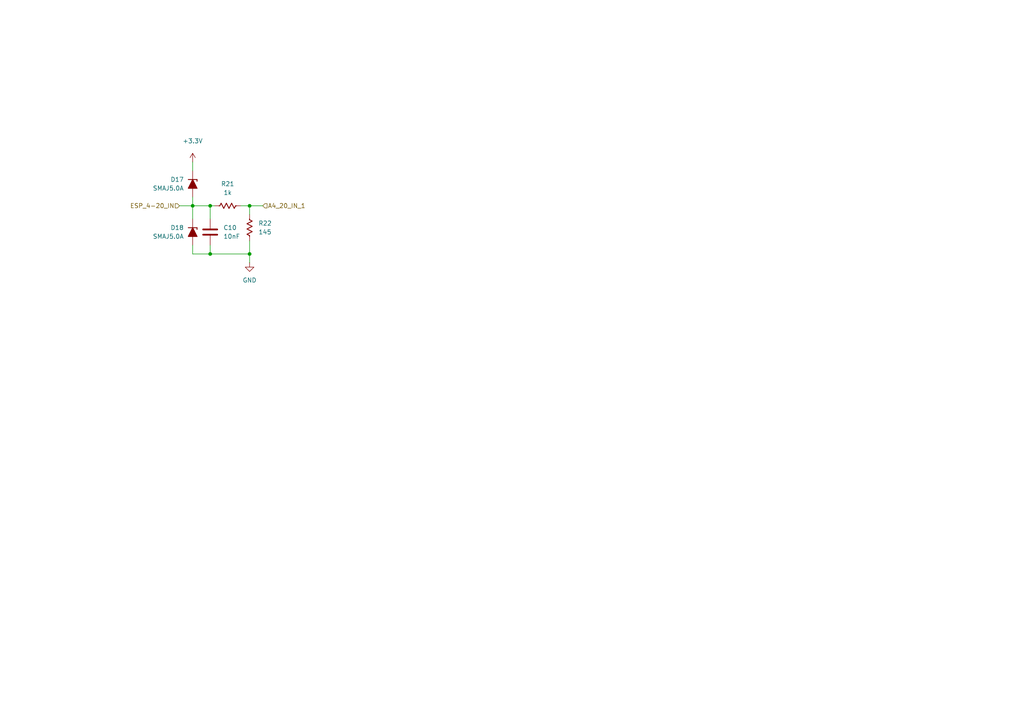
<source format=kicad_sch>
(kicad_sch (version 20250114) (generator "eeschema") (generator_version "9.0")
  (paper "A4")
  (lib_symbols
    (symbol "EasyEDA:+3.3V" (power) (pin_numbers (hide yes)) (pin_names (offset 0) (hide yes))
      (property "Value" "+3.3V" (at 0 3.556 0))
      (symbol "+3.3V_0_1"
        (polyline (pts (xy -0.762 1.27) (xy 0 2.54)))
        (polyline (pts (xy 0 2.54) (xy 0.762 1.27)))
        (polyline (pts (xy 0 0) (xy 0 2.54)))
      )
      (symbol "+3.3V_1_1"
        (pin power_in line (at 0 0 90) (length 0) (name "~") (number "1"))
      )
    )
    (symbol "EasyEDA:C_0603" (pin_numbers (hide yes)) (pin_names (offset 0.254))
      (property "Reference" "C" (at 0.635 2.54 0))
      (property "Value" "C_0603" (at 0.635 -2.54 0))
      (symbol "C_0603_0_1"
        (polyline (pts (xy -2.032 0.762) (xy 2.032 0.762)) (stroke (width 0.508)))
        (polyline (pts (xy -2.032 -0.762) (xy 2.032 -0.762)) (stroke (width 0.508)))
      )
      (symbol "C_0603_0_2"
        (polyline (pts (xy -2.54 -2.54) (xy -0.381 -0.381)))
        (polyline (pts (xy -0.508 -0.508) (xy -1.651 0.635)) (stroke (width 0.508)))
        (polyline (pts (xy -0.508 -0.508) (xy 0.635 -1.651)) (stroke (width 0.508)))
        (polyline (pts (xy 0.381 0.381) (xy 2.54 2.54)))
        (polyline (pts (xy 0.508 0.508) (xy -0.635 1.651)) (stroke (width 0.508)))
        (polyline (pts (xy 0.508 0.508) (xy 1.651 -0.635)) (stroke (width 0.508)))
      )
      (symbol "C_0603_1_1"
        (pin passive line (at 0 3.81 270) (length 2.794) (name "~") (number "1"))
        (pin passive line (at 0 -3.81 90) (length 2.794) (name "~") (number "2"))
      )
      (symbol "C_0603_1_2"
        (pin passive line (at -2.54 -2.54 90) (length 0) (name "~") (number "2"))
        (pin passive line (at 2.54 2.54 270) (length 0) (name "~") (number "1"))
      )
    )
    (symbol "EasyEDA:GND" (power) (pin_numbers (hide yes)) (pin_names (offset 0) (hide yes))
      (property "Value" "GND" (at 0 -3.81 0))
      (symbol "GND_0_1"
        (polyline (pts (xy 0 0) (xy 0 -1.27) (xy 1.27 -1.27) (xy 0 -2.54) (xy -1.27 -1.27) (xy 0 -1.27)))
      )
      (symbol "GND_1_1"
        (pin power_in line (at 0 0 270) (length 0) (name "~") (number "1"))
      )
    )
    (symbol "EasyEDA:R_0603" (pin_numbers (hide yes)) (pin_names (offset 0))
      (property "Reference" "R" (at 2.54 1.27 0))
      (property "Value" "R_0603" (at 2.54 -1.27 0))
      (symbol "R_0603_0_1"
        (polyline (pts (xy 0 2.286) (xy 0 2.54)) (stroke (width 0.254)))
        (polyline (pts (xy 0 2.286) (xy 0.762 1.905) (xy -0.762 1.143) (xy 0 0.762) (xy 0.762 0.381) (xy 0 0) (xy -0.762 -0.381) (xy 0 -0.762) (xy 0.762 -1.143) (xy 0 -1.524) (xy -0.762 -1.905) (xy 0 -2.286)) (stroke (width 0.254)))
        (polyline (pts (xy 0 -2.286) (xy 0 -2.54)) (stroke (width 0.254)))
      )
      (symbol "R_0603_0_2"
        (polyline (pts (xy -2.54 -2.54) (xy -1.778 -1.778)))
        (polyline (pts (xy -1.778 -1.778) (xy -1.524 -1.524)) (stroke (width 0.254)))
        (polyline (pts (xy -1.524 -1.524) (xy -1.778 -0.762) (xy -1.016 -1.016)) (stroke (width 0.254)))
        (polyline (pts (xy -0.508 -0.508) (xy -0.762 0.254) (xy 0 0)) (stroke (width 0.254)))
        (polyline (pts (xy -0.508 -0.508) (xy -0.254 -1.27) (xy -1.016 -1.016)) (stroke (width 0.254)))
        (polyline (pts (xy 0.508 0.508) (xy 0.254 1.27) (xy 1.016 1.016)) (stroke (width 0.254)))
        (polyline (pts (xy 0.508 0.508) (xy 0.762 -0.254) (xy 0 0)) (stroke (width 0.254)))
        (polyline (pts (xy 1.524 1.524) (xy 1.778 0.762) (xy 1.016 1.016)) (stroke (width 0.254)))
        (polyline (pts (xy 1.778 1.778) (xy 1.524 1.524)) (stroke (width 0.254)))
        (polyline (pts (xy 1.778 1.778) (xy 2.54 2.54)))
      )
      (symbol "R_0603_1_1"
        (pin passive line (at 0 3.81 270) (length 1.27) (name "~") (number "1"))
        (pin passive line (at 0 -3.81 90) (length 1.27) (name "~") (number "2"))
      )
      (symbol "R_0603_1_2"
        (pin passive line (at -2.54 -2.54 0) (length 0) (name "") (number "2"))
        (pin passive line (at 2.54 2.54 180) (length 0) (name "") (number "1"))
      )
    )
    (symbol "EasyEDA:R_0805" (pin_numbers (hide yes)) (pin_names (offset 0))
      (property "Reference" "R" (at 2.54 1.27 0))
      (property "Value" "R_0805" (at 2.54 -1.27 0))
      (symbol "R_0805_0_1"
        (polyline (pts (xy 0 2.286) (xy 0 2.54)) (stroke (width 0.254)))
        (polyline (pts (xy 0 2.286) (xy 0.762 1.905) (xy -0.762 1.143) (xy 0 0.762) (xy 0.762 0.381) (xy 0 0) (xy -0.762 -0.381) (xy 0 -0.762) (xy 0.762 -1.143) (xy 0 -1.524) (xy -0.762 -1.905) (xy 0 -2.286)) (stroke (width 0.254)))
        (polyline (pts (xy 0 -2.286) (xy 0 -2.54)) (stroke (width 0.254)))
      )
      (symbol "R_0805_0_2"
        (polyline (pts (xy -2.54 -2.54) (xy -1.778 -1.778)))
        (polyline (pts (xy -1.778 -1.778) (xy -1.524 -1.524)) (stroke (width 0.254)))
        (polyline (pts (xy -1.524 -1.524) (xy -1.778 -0.762) (xy -1.016 -1.016)) (stroke (width 0.254)))
        (polyline (pts (xy -0.508 -0.508) (xy -0.762 0.254) (xy 0 0)) (stroke (width 0.254)))
        (polyline (pts (xy -0.508 -0.508) (xy -0.254 -1.27) (xy -1.016 -1.016)) (stroke (width 0.254)))
        (polyline (pts (xy 0.508 0.508) (xy 0.254 1.27) (xy 1.016 1.016)) (stroke (width 0.254)))
        (polyline (pts (xy 0.508 0.508) (xy 0.762 -0.254) (xy 0 0)) (stroke (width 0.254)))
        (polyline (pts (xy 1.524 1.524) (xy 1.778 0.762) (xy 1.016 1.016)) (stroke (width 0.254)))
        (polyline (pts (xy 1.778 1.778) (xy 1.524 1.524)) (stroke (width 0.254)))
        (polyline (pts (xy 1.778 1.778) (xy 2.54 2.54)))
      )
      (symbol "R_0805_1_1"
        (pin passive line (at 0 3.81 270) (length 1.27) (name "~") (number "1"))
        (pin passive line (at 0 -3.81 90) (length 1.27) (name "~") (number "2"))
      )
      (symbol "R_0805_1_2"
        (pin passive line (at -2.54 -2.54 0) (length 0) (name "") (number "2"))
        (pin passive line (at 2.54 2.54 180) (length 0) (name "") (number "1"))
      )
    )
    (symbol "EasyEDA:SMAJ5.0A" (pin_numbers (hide yes)) (pin_names (offset 1.016) (hide yes))
      (property "Reference" "D" (at 0 5.08 0))
      (property "Value" "SMAJ5.0A" (at 0 2.54 0))
      (symbol "SMAJ5.0A_0_1"
        (polyline (pts (xy -1.27 1.27) (xy -1.27 -1.27) (xy 1.27 0) (xy -1.27 1.27)) (stroke (width 0.254)) (fill (type outline)))
        (polyline (pts (xy -1.27 0) (xy 1.27 0)))
        (polyline (pts (xy 1.27 1.27) (xy 0.762 1.27)) (stroke (width 0.254)))
        (polyline (pts (xy 1.27 -1.27) (xy 1.27 1.27)) (stroke (width 0.254)))
      )
      (symbol "SMAJ5.0A_0_2"
        (polyline (pts (xy -2.54 -2.54) (xy 2.54 2.54)))
        (polyline (pts (xy -0.889 -0.889) (xy -1.778 0) (xy 0.889 0.889) (xy 0 -1.778) (xy -0.889 -0.889)) (stroke (width 0.254)) (fill (type outline)))
        (polyline (pts (xy 0 1.778) (xy -0.381 1.397)) (stroke (width 0.254)))
        (polyline (pts (xy 0 1.778) (xy 1.778 0)) (stroke (width 0.254)))
      )
      (symbol "SMAJ5.0A_1_1"
        (pin passive line (at -3.81 0 0) (length 2.54) (name "A") (number "2"))
        (pin passive line (at 3.81 0 180) (length 2.54) (name "K") (number "1"))
      )
      (symbol "SMAJ5.0A_1_2"
        (pin passive line (at -2.54 -2.54 0) (length 0) (name "A") (number "2"))
        (pin passive line (at 2.54 2.54 180) (length 0) (name "K") (number "1"))
      )
    )
  )
  (junction (at 60.96 59.69))
  (junction (at 72.39 73.66))
  (junction (at 72.39 59.69))
  (junction (at 55.88 59.69))
  (junction (at 60.96 73.66))
  (wire (pts (xy 52.07 59.69) (xy 55.88 59.69)))
  (wire (pts (xy 55.88 59.69) (xy 55.88 63.5)))
  (wire (pts (xy 69.85 59.69) (xy 72.39 59.69)))
  (wire (pts (xy 60.96 59.69) (xy 60.96 63.5)))
  (wire (pts (xy 72.39 73.66) (xy 72.39 76.2)))
  (wire (pts (xy 60.96 59.69) (xy 62.23 59.69)))
  (wire (pts (xy 55.88 46.99) (xy 55.88 49.53)))
  (wire (pts (xy 72.39 62.23) (xy 72.39 59.69)))
  (wire (pts (xy 55.88 71.12) (xy 55.88 73.66)))
  (wire (pts (xy 55.88 59.69) (xy 60.96 59.69)))
  (wire (pts (xy 55.88 57.15) (xy 55.88 59.69)))
  (wire (pts (xy 60.96 71.12) (xy 60.96 73.66)))
  (wire (pts (xy 60.96 73.66) (xy 72.39 73.66)))
  (wire (pts (xy 55.88 73.66) (xy 60.96 73.66)))
  (wire (pts (xy 72.39 59.69) (xy 76.2 59.69)))
  (wire (pts (xy 72.39 69.85) (xy 72.39 73.66)))
  (hierarchical_label "A4_20_IN_1" (shape input) (at 76.2 59.69 0))
  (hierarchical_label "ESP_4-20_IN" (shape input) (at 52.07 59.69 180))
  (symbol (lib_id "EasyEDA:C_0603") (at 60.96 67.31 0) (unit 1)
    (property "Reference" "C10" (at 64.77 66.0399 0) (effects (justify left)))
    (property "Value" "10nF" (at 64.77 68.5799 0) (effects (justify left)))
    (property "Footprint" "PCM_Capacitor_SMD_AKL:C_0603_1608Metric" (effects (hide yes)))
    (property "Description" "SMD 0603 MLCC capacitor, Alternate KiCad Library" (effects (hide yes)))
    (property "Voltage" "10V" (effects (hide yes)))
  )
  (symbol (lib_id "EasyEDA:R_0805") (at 72.39 66.04 0) (unit 1)
    (property "Reference" "R22" (at 74.93 64.7699 0) (effects (justify left)))
    (property "Value" "145" (at 74.93 67.3099 0) (effects (justify left)))
    (property "Footprint" "PCM_Resistor_SMD_AKL:R_0805_2012Metric" (effects (hide yes)))
    (property "Description" "SMD 0805 Chip Resistor, US Symbol, Alternate KiCad Library" (effects (hide yes)))
  )
  (symbol (lib_id "EasyEDA:SMAJ5.0A") (at 55.88 67.31 270) (mirror x) (unit 1)
    (property "Reference" "D18" (at 53.34 66.0399 90) (effects (justify right)))
    (property "Value" "SMAJ5.0A" (at 53.34 68.5799 90) (effects (justify right)))
    (property "Footprint" "PCM_Diode_SMD_AKL:D_SMA" (effects (hide yes)))
    (property "Datasheet" "https://www.tme.eu/Document/dbc72d81c249fe51b6ab42300e8e06d0/SMAJ_ser.pdf" (effects (hide yes)))
    (property "Description" "SMA Unidirectional TVS diode, 5V, 400W, Alternate KiCAD Library" (effects (hide yes)))
  )
  (symbol (lib_id "EasyEDA:SMAJ5.0A") (at 55.88 53.34 270) (mirror x) (unit 1)
    (property "Reference" "D17" (at 53.34 52.0699 90) (effects (justify right)))
    (property "Value" "SMAJ5.0A" (at 53.34 54.6099 90) (effects (justify right)))
    (property "Footprint" "PCM_Diode_SMD_AKL:D_SMA" (effects (hide yes)))
    (property "Datasheet" "https://www.tme.eu/Document/dbc72d81c249fe51b6ab42300e8e06d0/SMAJ_ser.pdf" (effects (hide yes)))
    (property "Description" "SMA Unidirectional TVS diode, 5V, 400W, Alternate KiCAD Library" (effects (hide yes)))
  )
  (symbol (lib_id "EasyEDA:R_0603") (at 66.04 59.69 90) (unit 1)
    (property "Reference" "R21" (at 66.04 53.34 90))
    (property "Value" "1k" (at 66.04 55.88 90))
    (property "Footprint" "PCM_Resistor_SMD_AKL:R_0603_1608Metric" (effects (hide yes)))
    (property "Description" "SMD 0603 Chip Resistor, US Symbol, Alternate KiCad Library" (effects (hide yes)))
  )
  (symbol (lib_id "EasyEDA:+3.3V") (at 55.88 46.99 0) (unit 1)
    (property "Reference" "#PWR039" (effects (hide yes)))
    (property "Value" "+3.3V" (at 55.88 40.894 0))
    (property "Description" "Power symbol creates a global label with name \"+3.3V\"" (effects (hide yes)))
  )
  (symbol (lib_id "EasyEDA:GND") (at 72.39 76.2 0) (unit 1)
    (property "Reference" "#PWR040" (effects (hide yes)))
    (property "Value" "GND" (at 72.39 81.28 0))
    (property "Description" "Power symbol creates a global label with name \"GND\" , ground" (effects (hide yes)))
  )
)
</source>
